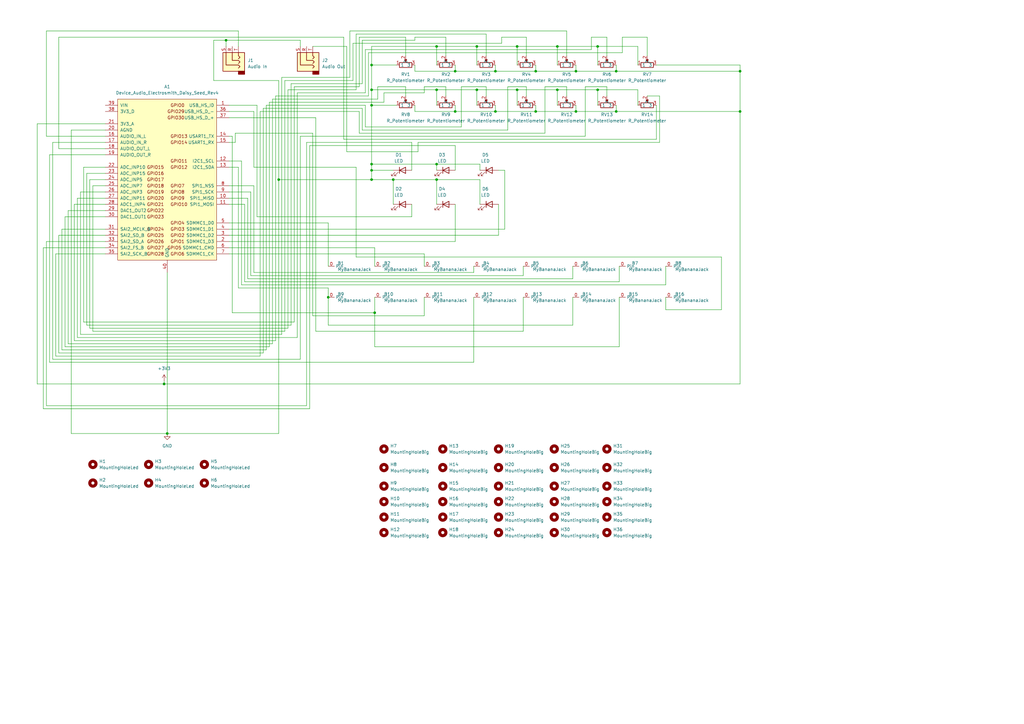
<source format=kicad_sch>
(kicad_sch (version 20211123) (generator eeschema)
  (paper "A3")
  (lib_symbols
    (symbol "Connector:AudioJack3"
      (property "Reference" "J" (at 0 8.89 0))
      (property "Value" "AudioJack3" (at 0 6.35 0))
      (symbol "AudioJack3_0_1"
        (rectangle (start -5.08 -5.08) (end -6.35 -2.54) (stroke (width 0.254)) (fill (type outline)))
        (polyline (pts (xy 0 -2.54) (xy 0.635 -3.175) (xy 1.27 -2.54) (xy 2.54 -2.54)) (stroke (width 0.254)))
        (polyline (pts (xy -1.905 -2.54) (xy -1.27 -3.175) (xy -0.635 -2.54) (xy -0.635 0) (xy 2.54 0)) (stroke (width 0.254)))
        (polyline (pts (xy 2.54 2.54) (xy -2.54 2.54) (xy -2.54 -2.54) (xy -3.175 -3.175) (xy -3.81 -2.54)) (stroke (width 0.254)))
        (rectangle (start 2.54 3.81) (end -5.08 -5.08) (stroke (width 0.254)) (fill (type background)))
      )
      (symbol "AudioJack3_1_1"
        (pin passive line (at 5.08 0 180) (length 2.54) (name "~") (number "R"))
        (pin passive line (at 5.08 2.54 180) (length 2.54) (name "~") (number "S"))
        (pin passive line (at 5.08 -2.54 180) (length 2.54) (name "~") (number "T"))
      )
    )
    (symbol "Device:LED" (pin_numbers hide) (pin_names (offset 1.016) hide)
      (property "Reference" "D" (at 0 2.54 0))
      (property "Value" "LED" (at 0 -2.54 0))
      (symbol "LED_0_1"
        (polyline (pts (xy -1.27 -1.27) (xy -1.27 1.27)) (stroke (width 0.254)))
        (polyline (pts (xy -1.27 0) (xy 1.27 0)))
        (polyline (pts (xy 1.27 -1.27) (xy 1.27 1.27) (xy -1.27 0) (xy 1.27 -1.27)) (stroke (width 0.254)))
        (polyline (pts (xy -3.048 -0.762) (xy -4.572 -2.286) (xy -3.81 -2.286) (xy -4.572 -2.286) (xy -4.572 -1.524)))
        (polyline (pts (xy -1.778 -0.762) (xy -3.302 -2.286) (xy -2.54 -2.286) (xy -3.302 -2.286) (xy -3.302 -1.524)))
      )
      (symbol "LED_1_1"
        (pin passive line (at -3.81 0 0) (length 2.54) (name "K") (number "1"))
        (pin passive line (at 3.81 0 180) (length 2.54) (name "A") (number "2"))
      )
    )
    (symbol "Device_Audio_Electrosmith_Daisy_Seed:Device_Audio_Electrosmith_Daisy_Seed_Rev4" (pin_names (offset 1.016))
      (property "Reference" "A1" (at 0 38.1 0))
      (property "Value" "Device_Audio_Electrosmith_Daisy_Seed_Rev4" (at 0 35.56 0))
      (symbol "Device_Audio_Electrosmith_Daisy_Seed_Rev4_0_0"
        (text "GPIO0" (at 1.27 30.48 0) (effects (font (size 1.27 1.27)) (justify left)))
        (text "GPIO1" (at 1.27 -25.4 0) (effects (font (size 1.27 1.27)) (justify left)))
        (text "GPIO10" (at 1.27 -10.16 0) (effects (font (size 1.27 1.27)) (justify left)))
        (text "GPIO11" (at 1.27 7.62 0) (effects (font (size 1.27 1.27)) (justify left)))
        (text "GPIO12" (at 1.27 5.08 0) (effects (font (size 1.27 1.27)) (justify left)))
        (text "GPIO13" (at 1.27 17.78 0) (effects (font (size 1.27 1.27)) (justify left)))
        (text "GPIO14" (at 1.27 15.24 0) (effects (font (size 1.27 1.27)) (justify left)))
        (text "GPIO15" (at -1.27 5.08 0) (effects (font (size 1.27 1.27)) (justify right)))
        (text "GPIO16" (at -1.27 2.54 0) (effects (font (size 1.27 1.27)) (justify right)))
        (text "GPIO17" (at -1.27 0 0) (effects (font (size 1.27 1.27)) (justify right)))
        (text "GPIO18" (at -1.27 -2.54 0) (effects (font (size 1.27 1.27)) (justify right)))
        (text "GPIO19" (at -1.27 -5.08 0) (effects (font (size 1.27 1.27)) (justify right)))
        (text "GPIO2" (at 1.27 -22.86 0) (effects (font (size 1.27 1.27)) (justify left)))
        (text "GPIO20" (at -1.27 -7.62 0) (effects (font (size 1.27 1.27)) (justify right)))
        (text "GPIO21" (at -1.27 -10.16 0) (effects (font (size 1.27 1.27)) (justify right)))
        (text "GPIO22" (at -1.27 -12.7 0) (effects (font (size 1.27 1.27)) (justify right)))
        (text "GPIO23" (at -1.27 -15.24 0) (effects (font (size 1.27 1.27)) (justify right)))
        (text "GPIO24" (at -1.27 -20.32 0) (effects (font (size 1.27 1.27)) (justify right)))
        (text "GPIO25" (at -1.27 -22.86 0) (effects (font (size 1.27 1.27)) (justify right)))
        (text "GPIO26" (at -1.27 -25.4 0) (effects (font (size 1.27 1.27)) (justify right)))
        (text "GPIO27" (at -1.27 -27.94 0) (effects (font (size 1.27 1.27)) (justify right)))
        (text "GPIO28" (at -1.27 -30.48 0) (effects (font (size 1.27 1.27)) (justify right)))
        (text "GPIO29" (at 0 27.94 0) (effects (font (size 1.27 1.27)) (justify left)))
        (text "GPIO3" (at 1.27 -20.32 0) (effects (font (size 1.27 1.27)) (justify left)))
        (text "GPIO30" (at 0 25.4 0) (effects (font (size 1.27 1.27)) (justify left)))
        (text "GPIO4" (at 1.27 -17.78 0) (effects (font (size 1.27 1.27)) (justify left)))
        (text "GPIO5" (at 0 -27.94 0) (effects (font (size 1.27 1.27)) (justify left)))
        (text "GPIO6" (at 1.27 -30.48 0) (effects (font (size 1.27 1.27)) (justify left)))
        (text "GPIO7" (at 1.27 -2.54 0) (effects (font (size 1.27 1.27)) (justify left)))
        (text "GPIO8" (at 1.27 -5.08 0) (effects (font (size 1.27 1.27)) (justify left)))
        (text "GPIO9" (at 1.27 -7.62 0) (effects (font (size 1.27 1.27)) (justify left)))
        (pin bidirectional line (at 25.4 30.48 180) (length 5.08) (name "USB_HS_ID") (number "1"))
        (pin bidirectional line (at 25.4 -7.62 180) (length 5.08) (name "SPI1_MISO") (number "10"))
        (pin bidirectional line (at 25.4 -10.16 180) (length 5.08) (name "SPI1_MOSI") (number "11"))
        (pin bidirectional line (at 25.4 7.62 180) (length 5.08) (name "I2C1_SCL") (number "12"))
        (pin bidirectional line (at 25.4 5.08 180) (length 5.08) (name "I2C1_SDA") (number "13"))
        (pin bidirectional line (at 25.4 17.78 180) (length 5.08) (name "USART1_TX") (number "14"))
        (pin bidirectional line (at 25.4 15.24 180) (length 5.08) (name "USART1_RX") (number "15"))
        (pin input line (at -25.4 17.78 0) (length 5.08) (name "AUDIO_IN_L") (number "16"))
        (pin input line (at -25.4 15.24 0) (length 5.08) (name "AUDIO_IN_R") (number "17"))
        (pin output line (at -25.4 12.7 0) (length 5.08) (name "AUDIO_OUT_L") (number "18"))
        (pin output line (at -25.4 10.16 0) (length 5.08) (name "AUDIO_OUT_R") (number "19"))
        (pin bidirectional line (at 25.4 -25.4 180) (length 5.08) (name "SDMMC1_D3") (number "2"))
        (pin passive line (at -25.4 20.32 0) (length 5.08) (name "AGND") (number "20"))
        (pin power_out line (at -25.4 22.86 0) (length 5.08) (name "3V3_A") (number "21"))
        (pin bidirectional line (at -25.4 5.08 0) (length 5.08) (name "ADC_INP10") (number "22"))
        (pin bidirectional line (at -25.4 2.54 0) (length 5.08) (name "ADC_INP15") (number "23"))
        (pin bidirectional line (at -25.4 0 0) (length 5.08) (name "ADC_INP5") (number "24"))
        (pin bidirectional line (at -25.4 -2.54 0) (length 5.08) (name "ADC_INP7") (number "25"))
        (pin bidirectional line (at -25.4 -5.08 0) (length 5.08) (name "ADC_INP3") (number "26"))
        (pin bidirectional line (at -25.4 -7.62 0) (length 5.08) (name "ADC_INP11") (number "27"))
        (pin bidirectional line (at -25.4 -10.16 0) (length 5.08) (name "ADC1_INP4") (number "28"))
        (pin bidirectional line (at -25.4 -12.7 0) (length 5.08) (name "DAC1_OUT2") (number "29"))
        (pin bidirectional line (at 25.4 -22.86 180) (length 5.08) (name "SDMMC1_D2") (number "3"))
        (pin bidirectional line (at -25.4 -15.24 0) (length 5.08) (name "DAC1_OUT1") (number "30"))
        (pin bidirectional line (at -25.4 -20.32 0) (length 5.08) (name "SAI2_MCLK_B") (number "31"))
        (pin bidirectional line (at -25.4 -22.86 0) (length 5.08) (name "SAI2_SD_B") (number "32"))
        (pin bidirectional line (at -25.4 -25.4 0) (length 5.08) (name "SAI2_SD_A") (number "33"))
        (pin bidirectional line (at -25.4 -27.94 0) (length 5.08) (name "SAI2_FS_B") (number "34"))
        (pin bidirectional line (at -25.4 -30.48 0) (length 5.08) (name "SAI2_SCK_B") (number "35"))
        (pin bidirectional line (at 25.4 27.94 180) (length 5.08) (name "USB_HS_D_-") (number "36"))
        (pin bidirectional line (at 25.4 25.4 180) (length 5.08) (name "USB_HS_D_+") (number "37"))
        (pin power_out line (at -25.4 27.94 0) (length 5.08) (name "3V3_D") (number "38"))
        (pin power_in line (at -25.4 30.48 0) (length 5.08) (name "VIN") (number "39"))
        (pin bidirectional line (at 25.4 -20.32 180) (length 5.08) (name "SDMMC1_D1") (number "4"))
        (pin passive line (at 0 -38.1 90) (length 5.08) (name "GND") (number "40"))
        (pin bidirectional line (at 25.4 -17.78 180) (length 5.08) (name "SDMMC1_D0") (number "5"))
        (pin bidirectional line (at 25.4 -27.94 180) (length 5.08) (name "SDMMC1_CMD") (number "6"))
        (pin bidirectional line (at 25.4 -30.48 180) (length 5.08) (name "SDMMC1_CK") (number "7"))
        (pin bidirectional line (at 25.4 -2.54 180) (length 5.08) (name "SPI1_NSS") (number "8"))
        (pin bidirectional line (at 25.4 -5.08 180) (length 5.08) (name "SPI1_SCK") (number "9"))
      )
      (symbol "Device_Audio_Electrosmith_Daisy_Seed_Rev4_0_1"
        (rectangle (start -20.32 33.02) (end 20.32 -33.02) (fill (type background)))
      )
    )
    (symbol "Mechanical:MountingHole" (pin_names (offset 1.016))
      (property "Reference" "H" (at 0 5.08 0))
      (property "Value" "MountingHole" (at 0 3.175 0))
      (symbol "MountingHole_0_1"
        (circle (center 0 0) (radius 1.27) (stroke (width 1.27)))
      )
    )
    (symbol "myLibrary:MyBananaJack"
      (property "Reference" "B" (at 1.27 2.54 0))
      (property "Value" "MyBananaJack" (at 7.62 5.08 0))
      (symbol "MyBananaJack_1_1"
        (pin bidirectional line (at 0 0 0) (length 2.54) (name "Pin") (number "0"))
      )
    )
    (symbol "myLibrary:MyPotType1"
      (property "Reference" "U" (at 0 0 0))
      (property "Value" "MyPotType1" (at 7.62 3.81 0))
      (symbol "MyPotType1_0_1"
        (polyline (pts (xy 2.54 0) (xy 1.524 0)))
        (polyline (pts (xy 1.143 0) (xy 2.286 0.508) (xy 2.286 -0.508) (xy 1.143 0)) (fill (type outline)))
        (rectangle (start 1.016 2.54) (end -1.016 -2.54) (stroke (width 0.254)))
      )
      (symbol "MyPotType1_1_1"
        (pin passive line (at 0 3.81 270) (length 1.27) (name "1") (number "1"))
        (pin passive line (at 3.81 0 180) (length 1.27) (name "2") (number "2"))
        (pin passive line (at 0 -3.81 90) (length 1.27) (name "3") (number "3"))
      )
    )
    (symbol "power:+3V3" (power) (pin_names (offset 0))
      (property "Value" "+3V3" (at 0 3.556 0))
      (symbol "+3V3_0_1"
        (polyline (pts (xy -0.762 1.27) (xy 0 2.54)))
        (polyline (pts (xy 0 0) (xy 0 2.54)))
        (polyline (pts (xy 0 2.54) (xy 0.762 1.27)))
      )
      (symbol "+3V3_1_1"
        (pin power_in line (at 0 0 90) (length 0) hide (name "+3V3") (number "1"))
      )
    )
    (symbol "power:GND" (power) (pin_names (offset 0))
      (property "Value" "GND" (at 0 -3.81 0))
      (symbol "GND_0_1"
        (polyline (pts (xy 0 0) (xy 0 -1.27) (xy 1.27 -1.27) (xy 0 -2.54) (xy -1.27 -1.27) (xy 0 -1.27)))
      )
      (symbol "GND_1_1"
        (pin power_in line (at 0 0 270) (length 0) hide (name "GND") (number "1"))
      )
    )
  )
  (junction (at 303.53 29.21))
  (junction (at 179.07 67.31))
  (junction (at 152.4 69.85))
  (junction (at 152.4 26.67))
  (junction (at 219.71 29.21))
  (junction (at 252.73 29.21))
  (junction (at 195.58 19.05))
  (junction (at 236.22 45.72))
  (junction (at 179.07 36.83))
  (junction (at 114.3 73.66))
  (junction (at 186.69 45.72))
  (junction (at 153.67 128.27))
  (junction (at 186.69 29.21))
  (junction (at 134.62 121.92))
  (junction (at 152.4 67.31))
  (junction (at 228.6 36.83))
  (junction (at 179.07 73.66))
  (junction (at 236.22 29.21))
  (junction (at 245.11 36.83))
  (junction (at 219.71 45.72))
  (junction (at 179.07 19.05))
  (junction (at 203.2 29.21))
  (junction (at 195.58 36.83))
  (junction (at 67.31 157.48))
  (junction (at 152.4 36.83))
  (junction (at 212.09 36.83))
  (junction (at 203.2 45.72))
  (junction (at 92.71 16.51))
  (junction (at 252.73 45.72))
  (junction (at 161.29 73.66))
  (junction (at 212.09 19.05))
  (junction (at 68.58 177.8))
  (junction (at 152.4 43.18))
  (junction (at 245.11 19.05))
  (junction (at 228.6 19.05))
  (junction (at 152.4 73.66))
  (junction (at 303.53 45.72))
  (wire (pts (xy 152.4 43.18) (xy 152.4 67.31)))
  (wire (pts (xy 68.58 177.8) (xy 114.3 177.8)))
  (wire (pts (xy 195.58 19.05) (xy 179.07 19.05)))
  (wire (pts (xy 146.05 105.41) (xy 295.91 105.41)))
  (wire (pts (xy 215.9 15.24) (xy 215.9 22.86)))
  (wire (pts (xy 24.13 15.24) (xy 140.97 15.24)))
  (wire (pts (xy 147.32 54.61) (xy 223.52 54.61)))
  (wire (pts (xy 208.28 53.34) (xy 208.28 35.56)))
  (wire (pts (xy 248.92 15.24) (xy 248.92 22.86)))
  (wire (pts (xy 43.18 81.28) (xy 31.75 81.28)))
  (wire (pts (xy 173.99 38.1) (xy 173.99 35.56)))
  (wire (pts (xy 35.56 71.12) (xy 35.56 133.35)))
  (wire (pts (xy 125.73 58.42) (xy 168.91 58.42)))
  (wire (pts (xy 113.03 39.37) (xy 151.13 39.37)))
  (wire (pts (xy 189.23 35.56) (xy 199.39 35.56)))
  (wire (pts (xy 152.4 67.31) (xy 152.4 69.85)))
  (wire (pts (xy 109.22 43.18) (xy 149.86 43.18)))
  (wire (pts (xy 219.71 26.67) (xy 219.71 29.21)))
  (wire (pts (xy 295.91 105.41) (xy 295.91 127)))
  (wire (pts (xy 170.18 29.21) (xy 186.69 29.21)))
  (wire (pts (xy 242.57 15.24) (xy 248.92 15.24)))
  (wire (pts (xy 236.22 26.67) (xy 236.22 29.21)))
  (wire (pts (xy 228.6 36.83) (xy 212.09 36.83)))
  (wire (pts (xy 186.69 99.06) (xy 186.69 83.82)))
  (wire (pts (xy 148.59 44.45) (xy 148.59 53.34)))
  (wire (pts (xy 125.73 166.37) (xy 125.73 58.42)))
  (wire (pts (xy 35.56 133.35) (xy 119.38 133.35)))
  (wire (pts (xy 102.87 113.03) (xy 214.63 113.03)))
  (wire (pts (xy 161.29 83.82) (xy 161.29 73.66)))
  (wire (pts (xy 26.67 142.24) (xy 110.49 142.24)))
  (wire (pts (xy 194.31 148.59) (xy 194.31 121.92)))
  (wire (pts (xy 152.4 69.85) (xy 152.4 73.66)))
  (wire (pts (xy 43.18 96.52) (xy 24.13 96.52)))
  (wire (pts (xy 118.11 36.83) (xy 118.11 134.62)))
  (wire (pts (xy 153.67 101.6) (xy 153.67 109.22)))
  (wire (pts (xy 38.1 76.2) (xy 38.1 135.89)))
  (wire (pts (xy 303.53 29.21) (xy 303.53 45.72)))
  (wire (pts (xy 24.13 60.96) (xy 24.13 15.24)))
  (wire (pts (xy 146.05 36.83) (xy 146.05 13.97)))
  (wire (pts (xy 273.05 116.84) (xy 273.05 109.22)))
  (wire (pts (xy 31.75 81.28) (xy 31.75 138.43)))
  (wire (pts (xy 255.27 21.59) (xy 255.27 15.24)))
  (wire (pts (xy 232.41 35.56) (xy 232.41 39.37)))
  (wire (pts (xy 179.07 73.66) (xy 161.29 73.66)))
  (wire (pts (xy 114.3 33.02) (xy 114.3 73.66)))
  (wire (pts (xy 99.06 66.04) (xy 99.06 116.84)))
  (wire (pts (xy 203.2 26.67) (xy 203.2 29.21)))
  (wire (pts (xy 93.98 93.98) (xy 207.01 93.98)))
  (wire (pts (xy 43.18 104.14) (xy 22.86 104.14)))
  (wire (pts (xy 119.38 133.35) (xy 119.38 34.29)))
  (wire (pts (xy 265.43 39.37) (xy 270.51 39.37)))
  (wire (pts (xy 93.98 66.04) (xy 99.06 66.04)))
  (wire (pts (xy 152.4 36.83) (xy 179.07 36.83)))
  (wire (pts (xy 19.05 166.37) (xy 125.73 166.37)))
  (wire (pts (xy 270.51 39.37) (xy 270.51 58.42)))
  (wire (pts (xy 147.32 15.24) (xy 166.37 15.24)))
  (wire (pts (xy 105.41 43.18) (xy 105.41 88.9)))
  (wire (pts (xy 107.95 144.78) (xy 107.95 44.45)))
  (wire (pts (xy 33.02 137.16) (xy 115.57 137.16)))
  (wire (pts (xy 20.32 63.5) (xy 20.32 148.59)))
  (wire (pts (xy 212.09 19.05) (xy 195.58 19.05)))
  (wire (pts (xy 29.21 177.8) (xy 68.58 177.8)))
  (wire (pts (xy 43.18 76.2) (xy 38.1 76.2)))
  (wire (pts (xy 25.4 93.98) (xy 25.4 143.51)))
  (wire (pts (xy 93.98 99.06) (xy 186.69 99.06)))
  (wire (pts (xy 114.3 33.02) (xy 87.63 33.02)))
  (wire (pts (xy 236.22 43.18) (xy 236.22 45.72)))
  (wire (pts (xy 43.18 101.6) (xy 17.78 101.6)))
  (wire (pts (xy 194.31 111.76) (xy 194.31 109.22)))
  (wire (pts (xy 179.07 26.67) (xy 179.07 19.05)))
  (wire (pts (xy 109.22 143.51) (xy 109.22 43.18)))
  (wire (pts (xy 170.18 15.24) (xy 182.88 15.24)))
  (wire (pts (xy 36.83 134.62) (xy 118.11 134.62)))
  (wire (pts (xy 168.91 58.42) (xy 168.91 69.85)))
  (wire (pts (xy 196.85 73.66) (xy 179.07 73.66)))
  (wire (pts (xy 196.85 83.82) (xy 196.85 73.66)))
  (wire (pts (xy 93.98 101.6) (xy 153.67 101.6)))
  (wire (pts (xy 252.73 43.18) (xy 252.73 45.72)))
  (wire (pts (xy 240.03 35.56) (xy 248.92 35.56)))
  (wire (pts (xy 22.86 146.05) (xy 106.68 146.05)))
  (wire (pts (xy 87.63 16.51) (xy 92.71 16.51)))
  (wire (pts (xy 93.98 78.74) (xy 102.87 78.74)))
  (wire (pts (xy 93.98 96.52) (xy 204.47 96.52)))
  (wire (pts (xy 115.57 137.16) (xy 115.57 31.75)))
  (wire (pts (xy 43.18 50.8) (xy 15.24 50.8)))
  (wire (pts (xy 214.63 113.03) (xy 214.63 109.22)))
  (wire (pts (xy 95.25 128.27) (xy 153.67 128.27)))
  (wire (pts (xy 106.68 45.72) (xy 147.32 45.72)))
  (wire (pts (xy 219.71 45.72) (xy 236.22 45.72)))
  (wire (pts (xy 179.07 67.31) (xy 152.4 67.31)))
  (wire (pts (xy 166.37 35.56) (xy 166.37 39.37)))
  (wire (pts (xy 199.39 13.97) (xy 199.39 22.86)))
  (wire (pts (xy 43.18 88.9) (xy 26.67 88.9)))
  (wire (pts (xy 186.69 29.21) (xy 203.2 29.21)))
  (wire (pts (xy 152.4 36.83) (xy 152.4 43.18)))
  (wire (pts (xy 121.92 38.1) (xy 149.86 38.1)))
  (wire (pts (xy 254 142.24) (xy 153.67 142.24)))
  (wire (pts (xy 120.65 132.08) (xy 120.65 35.56)))
  (wire (pts (xy 205.74 17.78) (xy 205.74 15.24)))
  (wire (pts (xy 234.95 114.3) (xy 234.95 109.22)))
  (wire (pts (xy 100.33 115.57) (xy 254 115.57)))
  (wire (pts (xy 15.24 157.48) (xy 67.31 157.48)))
  (wire (pts (xy 67.31 157.48) (xy 67.31 156.21)))
  (wire (pts (xy 232.41 12.7) (xy 232.41 22.86)))
  (wire (pts (xy 123.19 16.51) (xy 92.71 16.51)))
  (wire (pts (xy 101.6 81.28) (xy 101.6 114.3)))
  (wire (pts (xy 303.53 26.67) (xy 269.24 26.67)))
  (wire (pts (xy 105.41 88.9) (xy 168.91 88.9)))
  (wire (pts (xy 43.18 73.66) (xy 36.83 73.66)))
  (wire (pts (xy 127 167.64) (xy 127 59.69)))
  (wire (pts (xy 22.86 104.14) (xy 22.86 146.05)))
  (wire (pts (xy 116.84 135.89) (xy 116.84 33.02)))
  (wire (pts (xy 182.88 35.56) (xy 182.88 39.37)))
  (wire (pts (xy 205.74 15.24) (xy 215.9 15.24)))
  (wire (pts (xy 166.37 15.24) (xy 166.37 22.86)))
  (wire (pts (xy 30.48 83.82) (xy 30.48 139.7)))
  (wire (pts (xy 134.62 133.35) (xy 234.95 133.35)))
  (wire (pts (xy 252.73 45.72) (xy 303.53 45.72)))
  (wire (pts (xy 111.76 40.64) (xy 154.94 40.64)))
  (wire (pts (xy 93.98 81.28) (xy 101.6 81.28)))
  (wire (pts (xy 170.18 26.67) (xy 170.18 29.21)))
  (wire (pts (xy 43.18 86.36) (xy 27.94 86.36)))
  (wire (pts (xy 151.13 39.37) (xy 151.13 21.59)))
  (wire (pts (xy 111.76 140.97) (xy 111.76 40.64)))
  (wire (pts (xy 21.59 147.32) (xy 123.19 147.32)))
  (wire (pts (xy 25.4 143.51) (xy 109.22 143.51)))
  (wire (pts (xy 179.07 69.85) (xy 179.07 67.31)))
  (wire (pts (xy 146.05 68.58) (xy 146.05 105.41)))
  (wire (pts (xy 143.51 31.75) (xy 143.51 12.7)))
  (wire (pts (xy 154.94 35.56) (xy 166.37 35.56)))
  (wire (pts (xy 93.98 83.82) (xy 100.33 83.82)))
  (wire (pts (xy 21.59 58.42) (xy 21.59 147.32)))
  (wire (pts (xy 142.24 62.23) (xy 142.24 19.05)))
  (wire (pts (xy 144.78 33.02) (xy 144.78 17.78)))
  (wire (pts (xy 24.13 144.78) (xy 107.95 144.78)))
  (wire (pts (xy 93.98 43.18) (xy 105.41 43.18)))
  (wire (pts (xy 114.3 177.8) (xy 114.3 73.66)))
  (wire (pts (xy 144.78 17.78) (xy 205.74 17.78)))
  (wire (pts (xy 43.18 99.06) (xy 19.05 99.06)))
  (wire (pts (xy 204.47 69.85) (xy 207.01 69.85)))
  (wire (pts (xy 26.67 88.9) (xy 26.67 142.24)))
  (wire (pts (xy 245.11 26.67) (xy 245.11 19.05)))
  (wire (pts (xy 115.57 31.75) (xy 143.51 31.75)))
  (wire (pts (xy 154.94 40.64) (xy 154.94 35.56)))
  (wire (pts (xy 228.6 26.67) (xy 228.6 19.05)))
  (wire (pts (xy 199.39 35.56) (xy 199.39 39.37)))
  (wire (pts (xy 219.71 29.21) (xy 236.22 29.21)))
  (wire (pts (xy 148.59 53.34) (xy 208.28 53.34)))
  (wire (pts (xy 186.69 59.69) (xy 186.69 69.85)))
  (wire (pts (xy 15.24 50.8) (xy 15.24 157.48)))
  (wire (pts (xy 207.01 93.98) (xy 207.01 69.85)))
  (wire (pts (xy 31.75 138.43) (xy 121.92 138.43)))
  (wire (pts (xy 97.79 12.7) (xy 97.79 19.05)))
  (wire (pts (xy 149.86 38.1) (xy 149.86 20.32)))
  (wire (pts (xy 97.79 68.58) (xy 97.79 118.11)))
  (wire (pts (xy 43.18 60.96) (xy 24.13 60.96)))
  (wire (pts (xy 219.71 43.18) (xy 219.71 45.72)))
  (wire (pts (xy 228.6 43.18) (xy 228.6 36.83)))
  (wire (pts (xy 100.33 83.82) (xy 100.33 115.57)))
  (wire (pts (xy 36.83 73.66) (xy 36.83 134.62)))
  (wire (pts (xy 34.29 68.58) (xy 34.29 132.08)))
  (wire (pts (xy 148.59 16.51) (xy 170.18 16.51)))
  (wire (pts (xy 171.45 58.42) (xy 171.45 62.23)))
  (wire (pts (xy 196.85 67.31) (xy 179.07 67.31)))
  (wire (pts (xy 214.63 135.89) (xy 214.63 121.92)))
  (wire (pts (xy 19.05 55.88) (xy 19.05 12.7)))
  (wire (pts (xy 182.88 15.24) (xy 182.88 22.86)))
  (wire (pts (xy 269.24 57.15) (xy 269.24 43.18)))
  (wire (pts (xy 223.52 54.61) (xy 223.52 35.56)))
  (wire (pts (xy 129.54 48.26) (xy 129.54 135.89)))
  (wire (pts (xy 186.69 26.67) (xy 186.69 29.21)))
  (wire (pts (xy 142.24 19.05) (xy 128.27 19.05)))
  (wire (pts (xy 104.14 111.76) (xy 194.31 111.76)))
  (wire (pts (xy 123.19 55.88) (xy 240.03 55.88)))
  (wire (pts (xy 20.32 148.59) (xy 194.31 148.59)))
  (wire (pts (xy 261.62 36.83) (xy 245.11 36.83)))
  (wire (pts (xy 303.53 157.48) (xy 303.53 45.72)))
  (wire (pts (xy 240.03 55.88) (xy 240.03 35.56)))
  (wire (pts (xy 134.62 121.92) (xy 134.62 133.35)))
  (wire (pts (xy 106.68 146.05) (xy 106.68 45.72)))
  (wire (pts (xy 252.73 29.21) (xy 303.53 29.21)))
  (wire (pts (xy 152.4 43.18) (xy 162.56 43.18)))
  (wire (pts (xy 153.67 128.27) (xy 153.67 142.24)))
  (wire (pts (xy 93.98 68.58) (xy 97.79 68.58)))
  (wire (pts (xy 196.85 69.85) (xy 196.85 67.31)))
  (wire (pts (xy 303.53 29.21) (xy 303.53 26.67)))
  (wire (pts (xy 93.98 48.26) (xy 129.54 48.26)))
  (wire (pts (xy 107.95 44.45) (xy 148.59 44.45)))
  (wire (pts (xy 195.58 26.67) (xy 195.58 19.05)))
  (wire (pts (xy 161.29 73.66) (xy 152.4 73.66)))
  (wire (pts (xy 245.11 43.18) (xy 245.11 36.83)))
  (wire (pts (xy 265.43 15.24) (xy 265.43 22.86)))
  (wire (pts (xy 151.13 21.59) (xy 255.27 21.59)))
  (wire (pts (xy 146.05 13.97) (xy 199.39 13.97)))
  (wire (pts (xy 33.02 78.74) (xy 43.18 78.74)))
  (wire (pts (xy 110.49 41.91) (xy 157.48 41.91)))
  (wire (pts (xy 87.63 33.02) (xy 87.63 16.51)))
  (wire (pts (xy 134.62 91.44) (xy 134.62 109.22)))
  (wire (pts (xy 43.18 83.82) (xy 30.48 83.82)))
  (wire (pts (xy 157.48 41.91) (xy 157.48 38.1)))
  (wire (pts (xy 261.62 19.05) (xy 245.11 19.05)))
  (wire (pts (xy 255.27 15.24) (xy 265.43 15.24)))
  (wire (pts (xy 93.98 55.88) (xy 95.25 55.88)))
  (wire (pts (xy 116.84 33.02) (xy 144.78 33.02)))
  (wire (pts (xy 104.14 68.58) (xy 146.05 68.58)))
  (wire (pts (xy 93.98 76.2) (xy 104.14 76.2)))
  (wire (pts (xy 140.97 57.15) (xy 269.24 57.15)))
  (wire (pts (xy 212.09 36.83) (xy 195.58 36.83)))
  (wire (pts (xy 93.98 58.42) (xy 96.52 58.42)))
  (wire (pts (xy 43.18 93.98) (xy 25.4 93.98)))
  (wire (pts (xy 19.05 99.06) (xy 19.05 166.37)))
  (wire (pts (xy 43.18 58.42) (xy 21.59 58.42)))
  (wire (pts (xy 148.59 34.29) (xy 148.59 16.51)))
  (wire (pts (xy 127 59.69) (xy 186.69 59.69)))
  (wire (pts (xy 203.2 43.18) (xy 203.2 45.72)))
  (wire (pts (xy 29.21 53.34) (xy 29.21 177.8)))
  (wire (pts (xy 173.99 35.56) (xy 182.88 35.56)))
  (wire (pts (xy 110.49 142.24) (xy 110.49 41.91)))
  (wire (pts (xy 252.73 26.67) (xy 252.73 29.21)))
  (wire (pts (xy 121.92 138.43) (xy 121.92 38.1)))
  (wire (pts (xy 162.56 26.67) (xy 152.4 26.67)))
  (wire (pts (xy 179.07 43.18) (xy 179.07 36.83)))
  (wire (pts (xy 171.45 62.23) (xy 142.24 62.23)))
  (wire (pts (xy 149.86 52.07) (xy 189.23 52.07)))
  (wire (pts (xy 104.14 76.2) (xy 104.14 111.76)))
  (wire (pts (xy 295.91 127) (xy 273.05 127)))
  (wire (pts (xy 43.18 68.58) (xy 34.29 68.58)))
  (wire (pts (xy 270.51 58.42) (xy 171.45 58.42)))
  (wire (pts (xy 43.18 71.12) (xy 35.56 71.12)))
  (wire (pts (xy 104.14 45.72) (xy 104.14 68.58)))
  (wire (pts (xy 152.4 26.67) (xy 152.4 36.83)))
  (wire (pts (xy 33.02 78.74) (xy 33.02 137.16)))
  (wire (pts (xy 149.86 20.32) (xy 242.57 20.32)))
  (wire (pts (xy 120.65 35.56) (xy 147.32 35.56)))
  (wire (pts (xy 93.98 45.72) (xy 104.14 45.72)))
  (wire (pts (xy 67.31 157.48) (xy 303.53 157.48)))
  (wire (pts (xy 128.27 129.54) (xy 173.99 129.54)))
  (wire (pts (xy 236.22 45.72) (xy 252.73 45.72)))
  (wire (pts (xy 118.11 36.83) (xy 146.05 36.83)))
  (wire (pts (xy 34.29 132.08) (xy 120.65 132.08)))
  (wire (pts (xy 99.06 116.84) (xy 273.05 116.84)))
  (wire (pts (xy 228.6 19.05) (xy 212.09 19.05)))
  (wire (pts (xy 27.94 140.97) (xy 111.76 140.97)))
  (wire (pts (xy 261.62 43.18) (xy 261.62 36.83)))
  (wire (pts (xy 43.18 55.88) (xy 19.05 55.88)))
  (wire (pts (xy 248.92 35.56) (xy 248.92 39.37)))
  (wire (pts (xy 223.52 35.56) (xy 232.41 35.56)))
  (wire (pts (xy 43.18 63.5) (xy 20.32 63.5)))
  (wire (pts (xy 102.87 78.74) (xy 102.87 113.03)))
  (wire (pts (xy 215.9 35.56) (xy 215.9 39.37)))
  (wire (pts (xy 113.03 139.7) (xy 113.03 39.37)))
  (wire (pts (xy 245.11 36.83) (xy 228.6 36.83)))
  (wire (pts (xy 140.97 15.24) (xy 140.97 57.15)))
  (wire (pts (xy 114.3 73.66) (xy 152.4 73.66)))
  (wire (pts (xy 93.98 91.44) (xy 134.62 91.44)))
  (wire (pts (xy 186.69 43.18) (xy 186.69 45.72)))
  (wire (pts (xy 27.94 86.36) (xy 27.94 140.97)))
  (wire (pts (xy 101.6 114.3) (xy 234.95 114.3)))
  (wire (pts (xy 68.58 111.76) (xy 68.58 177.8)))
  (wire (pts (xy 170.18 43.18) (xy 170.18 45.72)))
  (wire (pts (xy 273.05 127) (xy 273.05 121.92)))
  (wire (pts (xy 123.19 19.05) (xy 123.19 16.51)))
  (wire (pts (xy 95.25 55.88) (xy 95.25 128.27)))
  (wire (pts (xy 143.51 12.7) (xy 232.41 12.7)))
  (wire (pts (xy 234.95 133.35) (xy 234.95 121.92)))
  (wire (pts (xy 128.27 54.61) (xy 128.27 129.54)))
  (wire (pts (xy 170.18 45.72) (xy 186.69 45.72)))
  (wire (pts (xy 30.48 139.7) (xy 113.03 139.7)))
  (wire (pts (xy 93.98 104.14) (xy 173.99 104.14)))
  (wire (pts (xy 149.86 43.18) (xy 149.86 52.07)))
  (wire (pts (xy 157.48 38.1) (xy 173.99 38.1)))
  (wire (pts (xy 203.2 29.21) (xy 219.71 29.21)))
  (wire (pts (xy 203.2 45.72) (xy 219.71 45.72)))
  (wire (pts (xy 147.32 35.56) (xy 147.32 15.24)))
  (wire (pts (xy 17.78 167.64) (xy 127 167.64)))
  (wire (pts (xy 254 121.92) (xy 254 142.24)))
  (wire (pts (xy 123.19 147.32) (xy 123.19 55.88)))
  (wire (pts (xy 168.91 83.82) (xy 168.91 88.9)))
  (wire (pts (xy 254 115.57) (xy 254 109.22)))
  (wire (pts (xy 19.05 12.7) (xy 97.79 12.7)))
  (wire (pts (xy 119.38 34.29) (xy 148.59 34.29)))
  (wire (pts (xy 212.09 26.67) (xy 212.09 19.05)))
  (wire (pts (xy 96.52 54.61) (xy 128.27 54.61)))
  (wire (pts (xy 195.58 43.18) (xy 195.58 36.83)))
  (wire (pts (xy 186.69 45.72) (xy 203.2 45.72)))
  (wire (pts (xy 170.18 16.51) (xy 170.18 15.24)))
  (wire (pts (xy 242.57 20.32) (xy 242.57 15.24)))
  (wire (pts (xy 152.4 19.05) (xy 152.4 26.67)))
  (wire (pts (xy 179.07 36.83) (xy 195.58 36.83)))
  (wire (pts (xy 208.28 35.56) (xy 215.9 35.56)))
  (wire (pts (xy 212.09 43.18) (xy 212.09 36.83)))
  (wire (pts (xy 96.52 58.42) (xy 96.52 54.61)))
  (wire (pts (xy 236.22 29.21) (xy 252.73 29.21)))
  (wire (pts (xy 173.99 104.14) (xy 173.99 109.22)))
  (wire (pts (xy 129.54 135.89) (xy 214.63 135.89)))
  (wire (pts (xy 38.1 135.89) (xy 116.84 135.89)))
  (wire (pts (xy 173.99 129.54) (xy 173.99 121.92)))
  (wire (pts (xy 17.78 101.6) (xy 17.78 167.64)))
  (wire (pts (xy 97.79 118.11) (xy 134.62 118.11)))
  (wire (pts (xy 179.07 19.05) (xy 152.4 19.05)))
  (wire (pts (xy 153.67 121.92) (xy 153.67 128.27)))
  (wire (pts (xy 24.13 96.52) (xy 24.13 144.78)))
  (wire (pts (xy 245.11 19.05) (xy 228.6 19.05)))
  (wire (pts (xy 204.47 96.52) (xy 204.47 83.82)))
  (wire (pts (xy 179.07 83.82) (xy 179.07 73.66)))
  (wire (pts (xy 189.23 52.07) (xy 189.23 35.56)))
  (wire (pts (xy 92.71 16.51) (xy 92.71 19.05)))
  (wire (pts (xy 134.62 118.11) (xy 134.62 121.92)))
  (wire (pts (xy 261.62 26.67) (xy 261.62 19.05)))
  (wire (pts (xy 43.18 53.34) (xy 29.21 53.34)))
  (wire (pts (xy 152.4 69.85) (xy 161.29 69.85)))
  (wire (pts (xy 147.32 45.72) (xy 147.32 54.61)))
  (symbol (lib_id "Mechanical:MountingHole") (at 157.48 205.74 0) (unit 1)
    (property "Reference" "H10" (at 160.02 204.4699 0) (effects (justify left)))
    (property "Value" "MountingHoleBig" (at 160.02 207.0099 0) (effects (justify left)))
    (property "Footprint" "MyLibraryFootprints:MyThroughHole" (effects hide))
  )
  (symbol (lib_id "Mechanical:MountingHole") (at 38.1 198.12 0) (unit 1)
    (property "Reference" "H2" (at 40.64 196.85 0) (effects (justify left)))
    (property "Value" "MountingHoleLed" (at 40.64 199.3899 0) (effects (justify left)))
    (property "Footprint" "MyLibraryFootprints:MyThroughHoleLed" (effects hide))
  )
  (symbol (lib_id "myLibrary:MyBananaJack") (at 273.05 121.92 0) (unit 1)
    (property "Reference" "B16" (at 276.86 120.6499 0) (effects (justify left)))
    (property "Value" "MyBananaJack" (at 276.86 123.1899 0) (effects (justify left)))
    (property "Footprint" "MyBananaJackFootprint" (effects hide))
  )
  (symbol (lib_id "Device_Audio_Electrosmith_Daisy_Seed:Device_Audio_Electrosmith_Daisy_Seed_Rev4") (at 68.58 73.66 0) (unit 1)
    (property "Reference" "A1" (at 68.58 35.56 0))
    (property "Value" "Device_Audio_Electrosmith_Daisy_Seed_Rev4" (at 68.58 38.1 0))
    (property "Footprint" "Device_Audio_Electrosmith_Daisy_Seed:Device_Audio_Electrosmith_Daisy_Seed" (effects hide))
    (property "Datasheet" "https://github.com/electro-smith/DaisyWiki/wiki" (effects hide))
  )
  (symbol (lib_id "Mechanical:MountingHole") (at 181.61 218.44 0) (unit 1)
    (property "Reference" "H18" (at 184.15 217.1699 0) (effects (justify left)))
    (property "Value" "MountingHoleBig" (at 184.15 219.7099 0) (effects (justify left)))
    (property "Footprint" "MyLibraryFootprints:MyThroughHole" (effects hide))
  )
  (symbol (lib_id "Mechanical:MountingHole") (at 227.33 191.77 0) (unit 1)
    (property "Reference" "H26" (at 229.87 190.4999 0) (effects (justify left)))
    (property "Value" "MountingHoleBig" (at 229.87 193.0399 0) (effects (justify left)))
    (property "Footprint" "MyLibraryFootprints:MyThroughHole" (effects hide))
  )
  (symbol (lib_id "myLibrary:MyPotType1") (at 215.9 43.18 90) (unit 1)
    (property "Reference" "RV11" (at 215.9 46.99 90))
    (property "Value" "R_Potentiometer" (at 215.9 49.53 90))
    (property "Footprint" "MyLibraryFootprints:MyPotType1Footprint" (effects hide))
  )
  (symbol (lib_id "Mechanical:MountingHole") (at 204.47 205.74 0) (unit 1)
    (property "Reference" "H22" (at 207.01 204.4699 0) (effects (justify left)))
    (property "Value" "MountingHoleBig" (at 207.01 207.0099 0) (effects (justify left)))
    (property "Footprint" "MyLibraryFootprints:MyThroughHole" (effects hide))
  )
  (symbol (lib_id "Mechanical:MountingHole") (at 248.92 205.74 0) (unit 1)
    (property "Reference" "H34" (at 251.46 204.4699 0) (effects (justify left)))
    (property "Value" "MountingHoleBig" (at 251.46 207.0099 0) (effects (justify left)))
    (property "Footprint" "MyLibraryFootprints:MyThroughHole" (effects hide))
  )
  (symbol (lib_id "myLibrary:MyPotType1") (at 166.37 43.18 90) (unit 1)
    (property "Reference" "RV8" (at 166.37 46.99 90))
    (property "Value" "R_Potentiometer" (at 166.37 49.53 90))
    (property "Footprint" "MyLibraryFootprints:MyPotType1Footprint" (effects hide))
  )
  (symbol (lib_id "Mechanical:MountingHole") (at 157.48 218.44 0) (unit 1)
    (property "Reference" "H12" (at 160.02 217.1699 0) (effects (justify left)))
    (property "Value" "MountingHoleBig" (at 160.02 219.7099 0) (effects (justify left)))
    (property "Footprint" "MyLibraryFootprints:MyThroughHole" (effects hide))
  )
  (symbol (lib_id "myLibrary:MyPotType1") (at 166.37 26.67 90) (unit 1)
    (property "Reference" "RV1" (at 166.37 30.48 90))
    (property "Value" "R_Potentiometer" (at 166.37 33.02 90))
    (property "Footprint" "MyLibraryFootprints:MyPotType1Footprint" (effects hide))
  )
  (symbol (lib_id "myLibrary:MyPotType1") (at 232.41 43.18 90) (unit 1)
    (property "Reference" "RV12" (at 232.41 46.99 90))
    (property "Value" "R_Potentiometer" (at 232.41 49.53 90))
    (property "Footprint" "MyLibraryFootprints:MyPotType1Footprint" (effects hide))
  )
  (symbol (lib_id "Mechanical:MountingHole") (at 248.92 191.77 0) (unit 1)
    (property "Reference" "H32" (at 251.46 190.4999 0) (effects (justify left)))
    (property "Value" "MountingHoleBig" (at 251.46 193.0399 0) (effects (justify left)))
    (property "Footprint" "MyLibraryFootprints:MyThroughHole" (effects hide))
  )
  (symbol (lib_id "Mechanical:MountingHole") (at 157.48 191.77 0) (unit 1)
    (property "Reference" "H8" (at 160.02 190.4999 0) (effects (justify left)))
    (property "Value" "MountingHoleBig" (at 160.02 193.0399 0) (effects (justify left)))
    (property "Footprint" "MyLibraryFootprints:MyThroughHole" (effects hide))
  )
  (symbol (lib_id "Mechanical:MountingHole") (at 181.61 199.39 0) (unit 1)
    (property "Reference" "H15" (at 184.15 198.1199 0) (effects (justify left)))
    (property "Value" "MountingHoleBig" (at 184.15 200.6599 0) (effects (justify left)))
    (property "Footprint" "MyLibraryFootprints:MyThroughHole" (effects hide))
  )
  (symbol (lib_id "myLibrary:MyBananaJack") (at 194.31 121.92 0) (unit 1)
    (property "Reference" "B12" (at 198.12 120.6499 0) (effects (justify left)))
    (property "Value" "MyBananaJack" (at 198.12 123.1899 0) (effects (justify left)))
    (property "Footprint" "MyBananaJackFootprint" (effects hide))
  )
  (symbol (lib_id "Mechanical:MountingHole") (at 38.1 190.5 0) (unit 1)
    (property "Reference" "H1" (at 40.64 189.23 0) (effects (justify left)))
    (property "Value" "MountingHoleLed" (at 40.64 191.7699 0) (effects (justify left)))
    (property "Footprint" "MyLibraryFootprints:MyThroughHoleLed" (effects hide))
  )
  (symbol (lib_id "myLibrary:MyPotType1") (at 182.88 43.18 90) (unit 1)
    (property "Reference" "RV9" (at 182.88 46.99 90))
    (property "Value" "R_Potentiometer" (at 182.88 49.53 90))
    (property "Footprint" "MyLibraryFootprints:MyPotType1Footprint" (effects hide))
  )
  (symbol (lib_id "Mechanical:MountingHole") (at 204.47 191.77 0) (unit 1)
    (property "Reference" "H20" (at 207.01 190.4999 0) (effects (justify left)))
    (property "Value" "MountingHoleBig" (at 207.01 193.0399 0) (effects (justify left)))
    (property "Footprint" "MyLibraryFootprints:MyThroughHole" (effects hide))
  )
  (symbol (lib_id "Device:LED") (at 182.88 69.85 0) (unit 1)
    (property "Reference" "D3" (at 181.2925 63.5 0))
    (property "Value" "LED" (at 181.2925 66.04 0))
    (property "Footprint" "LED_THT:LED_D5.0mm" (effects hide))
  )
  (symbol (lib_id "Device:LED") (at 165.1 69.85 0) (unit 1)
    (property "Reference" "D1" (at 163.5125 63.5 0))
    (property "Value" "LED" (at 163.5125 66.04 0))
    (property "Footprint" "LED_THT:LED_D5.0mm" (effects hide))
  )
  (symbol (lib_id "myLibrary:MyBananaJack") (at 214.63 121.92 0) (unit 1)
    (property "Reference" "B13" (at 218.44 120.6499 0) (effects (justify left)))
    (property "Value" "MyBananaJack" (at 218.44 123.1899 0) (effects (justify left)))
    (property "Footprint" "MyBananaJackFootprint" (effects hide))
  )
  (symbol (lib_id "Mechanical:MountingHole") (at 227.33 199.39 0) (unit 1)
    (property "Reference" "H27" (at 229.87 198.1199 0) (effects (justify left)))
    (property "Value" "MountingHoleBig" (at 229.87 200.6599 0) (effects (justify left)))
    (property "Footprint" "MyLibraryFootprints:MyThroughHole" (effects hide))
  )
  (symbol (lib_id "Device:LED") (at 200.66 83.82 0) (unit 1)
    (property "Reference" "D6" (at 199.0725 77.47 0))
    (property "Value" "LED" (at 199.0725 80.01 0))
    (property "Footprint" "LED_THT:LED_D5.0mm" (effects hide))
  )
  (symbol (lib_id "myLibrary:MyBananaJack") (at 214.63 109.22 0) (unit 1)
    (property "Reference" "B5" (at 218.44 107.9499 0) (effects (justify left)))
    (property "Value" "MyBananaJack" (at 218.44 110.4899 0) (effects (justify left)))
    (property "Footprint" "MyBananaJackFootprint" (effects hide))
  )
  (symbol (lib_id "Connector:AudioJack3") (at 95.25 24.13 90) (unit 1)
    (property "Reference" "J1" (at 101.6 24.7649 90) (effects (justify right)))
    (property "Value" "Audio In" (at 101.6 27.3049 90) (effects (justify right)))
    (property "Footprint" "MyLibraryFootprints:audioJackFootprint" (effects hide))
  )
  (symbol (lib_id "Mechanical:MountingHole") (at 181.61 191.77 0) (unit 1)
    (property "Reference" "H14" (at 184.15 190.4999 0) (effects (justify left)))
    (property "Value" "MountingHoleBig" (at 184.15 193.0399 0) (effects (justify left)))
    (property "Footprint" "MyLibraryFootprints:MyThroughHole" (effects hide))
  )
  (symbol (lib_id "Mechanical:MountingHole") (at 83.82 190.5 0) (unit 1)
    (property "Reference" "H5" (at 86.36 189.23 0) (effects (justify left)))
    (property "Value" "MountingHoleLed" (at 86.36 191.7699 0) (effects (justify left)))
    (property "Footprint" "MyLibraryFootprints:MyThroughHoleLed" (effects hide))
  )
  (symbol (lib_id "Mechanical:MountingHole") (at 227.33 184.15 0) (unit 1)
    (property "Reference" "H25" (at 229.87 182.8799 0) (effects (justify left)))
    (property "Value" "MountingHoleBig" (at 229.87 185.4199 0) (effects (justify left)))
    (property "Footprint" "MyLibraryFootprints:MyThroughHole" (effects hide))
  )
  (symbol (lib_id "Mechanical:MountingHole") (at 157.48 212.09 0) (unit 1)
    (property "Reference" "H11" (at 160.02 210.8199 0) (effects (justify left)))
    (property "Value" "MountingHoleBig" (at 160.02 213.3599 0) (effects (justify left)))
    (property "Footprint" "MyLibraryFootprints:MyThroughHole" (effects hide))
  )
  (symbol (lib_id "myLibrary:MyPotType1") (at 248.92 26.67 90) (unit 1)
    (property "Reference" "RV6" (at 248.92 30.48 90))
    (property "Value" "R_Potentiometer" (at 248.92 33.02 90))
    (property "Footprint" "MyLibraryFootprints:MyPotType1Footprint" (effects hide))
  )
  (symbol (lib_id "myLibrary:MyPotType1") (at 265.43 26.67 90) (unit 1)
    (property "Reference" "RV7" (at 265.43 30.48 90))
    (property "Value" "R_Potentiometer" (at 265.43 33.02 90))
    (property "Footprint" "MyLibraryFootprints:MyPotType1Footprint" (effects hide))
  )
  (symbol (lib_id "Mechanical:MountingHole") (at 181.61 184.15 0) (unit 1)
    (property "Reference" "H13" (at 184.15 182.8799 0) (effects (justify left)))
    (property "Value" "MountingHoleBig" (at 184.15 185.4199 0) (effects (justify left)))
    (property "Footprint" "MyLibraryFootprints:MyThroughHole" (effects hide))
  )
  (symbol (lib_id "power:+3V3") (at 67.31 156.21 0) (unit 1)
    (property "Reference" "#PWR0101" (effects hide))
    (property "Value" "+3V3" (at 67.31 151.13 0))
  )
  (symbol (lib_id "Mechanical:MountingHole") (at 157.48 184.15 0) (unit 1)
    (property "Reference" "H7" (at 160.02 182.8799 0) (effects (justify left)))
    (property "Value" "MountingHoleBig" (at 160.02 185.4199 0) (effects (justify left)))
    (property "Footprint" "MyLibraryFootprints:MyThroughHole" (effects hide))
  )
  (symbol (lib_id "myLibrary:MyBananaJack") (at 234.95 121.92 0) (unit 1)
    (property "Reference" "B14" (at 238.76 120.6499 0) (effects (justify left)))
    (property "Value" "MyBananaJack" (at 238.76 123.1899 0) (effects (justify left)))
    (property "Footprint" "MyBananaJackFootprint" (effects hide))
  )
  (symbol (lib_id "Mechanical:MountingHole") (at 204.47 199.39 0) (unit 1)
    (property "Reference" "H21" (at 207.01 198.1199 0) (effects (justify left)))
    (property "Value" "MountingHoleBig" (at 207.01 200.6599 0) (effects (justify left)))
    (property "Footprint" "MyLibraryFootprints:MyThroughHole" (effects hide))
  )
  (symbol (lib_id "Mechanical:MountingHole") (at 227.33 218.44 0) (unit 1)
    (property "Reference" "H30" (at 229.87 217.1699 0) (effects (justify left)))
    (property "Value" "MountingHoleBig" (at 229.87 219.7099 0) (effects (justify left)))
    (property "Footprint" "MyLibraryFootprints:MyThroughHole" (effects hide))
  )
  (symbol (lib_id "Mechanical:MountingHole") (at 157.48 199.39 0) (unit 1)
    (property "Reference" "H9" (at 160.02 198.1199 0) (effects (justify left)))
    (property "Value" "MountingHoleBig" (at 160.02 200.6599 0) (effects (justify left)))
    (property "Footprint" "MyLibraryFootprints:MyThroughHole" (effects hide))
  )
  (symbol (lib_id "myLibrary:MyBananaJack") (at 153.67 121.92 0) (unit 1)
    (property "Reference" "B10" (at 157.48 120.6499 0) (effects (justify left)))
    (property "Value" "MyBananaJack" (at 157.48 123.1899 0) (effects (justify left)))
    (property "Footprint" "MyBananaJackFootprint" (effects hide))
  )
  (symbol (lib_id "myLibrary:MyPotType1") (at 248.92 43.18 90) (unit 1)
    (property "Reference" "RV13" (at 248.92 46.99 90))
    (property "Value" "R_Potentiometer" (at 248.92 49.53 90))
    (property "Footprint" "MyLibraryFootprints:MyPotType1Footprint" (effects hide))
  )
  (symbol (lib_id "myLibrary:MyBananaJack") (at 173.99 109.22 0) (unit 1)
    (property "Reference" "B3" (at 177.8 107.9499 0) (effects (justify left)))
    (property "Value" "MyBananaJack" (at 177.8 110.4899 0) (effects (justify left)))
    (property "Footprint" "MyBananaJackFootprint" (effects hide))
  )
  (symbol (lib_id "Mechanical:MountingHole") (at 204.47 218.44 0) (unit 1)
    (property "Reference" "H24" (at 207.01 217.1699 0) (effects (justify left)))
    (property "Value" "MountingHoleBig" (at 207.01 219.7099 0) (effects (justify left)))
    (property "Footprint" "MyLibraryFootprints:MyThroughHole" (effects hide))
  )
  (symbol (lib_id "Mechanical:MountingHole") (at 83.82 198.12 0) (unit 1)
    (property "Reference" "H6" (at 86.36 196.85 0) (effects (justify left)))
    (property "Value" "MountingHoleLed" (at 86.36 199.3899 0) (effects (justify left)))
    (property "Footprint" "MyLibraryFootprints:MyThroughHoleLed" (effects hide))
  )
  (symbol (lib_id "myLibrary:MyBananaJack") (at 194.31 109.22 0) (unit 1)
    (property "Reference" "B4" (at 198.12 107.9499 0) (effects (justify left)))
    (property "Value" "MyBananaJack" (at 198.12 110.4899 0) (effects (justify left)))
    (property "Footprint" "MyBananaJackFootprint" (effects hide))
  )
  (symbol (lib_id "myLibrary:MyBananaJack") (at 134.62 121.92 0) (unit 1)
    (property "Reference" "B9" (at 138.43 120.6499 0) (effects (justify left)))
    (property "Value" "MyBananaJack" (at 138.43 123.1899 0) (effects (justify left)))
    (property "Footprint" "MyBananaJackFootprint" (effects hide))
  )
  (symbol (lib_id "myLibrary:MyBananaJack") (at 273.05 109.22 0) (unit 1)
    (property "Reference" "B8" (at 276.86 107.9499 0) (effects (justify left)))
    (property "Value" "MyBananaJack" (at 276.86 110.4899 0) (effects (justify left)))
    (property "Footprint" "MyBananaJackFootprint" (effects hide))
  )
  (symbol (lib_id "myLibrary:MyPotType1") (at 182.88 26.67 90) (unit 1)
    (property "Reference" "RV2" (at 182.88 30.48 90))
    (property "Value" "R_Potentiometer" (at 182.88 33.02 90))
    (property "Footprint" "MyLibraryFootprints:MyPotType1Footprint" (effects hide))
  )
  (symbol (lib_id "Mechanical:MountingHole") (at 227.33 212.09 0) (unit 1)
    (property "Reference" "H29" (at 229.87 210.8199 0) (effects (justify left)))
    (property "Value" "MountingHoleBig" (at 229.87 213.3599 0) (effects (justify left)))
    (property "Footprint" "MyLibraryFootprints:MyThroughHole" (effects hide))
  )
  (symbol (lib_id "Mechanical:MountingHole") (at 60.96 190.5 0) (unit 1)
    (property "Reference" "H3" (at 63.5 189.23 0) (effects (justify left)))
    (property "Value" "MountingHoleLed" (at 63.5 191.7699 0) (effects (justify left)))
    (property "Footprint" "MyLibraryFootprints:MyThroughHoleLed" (effects hide))
  )
  (symbol (lib_id "Mechanical:MountingHole") (at 248.92 199.39 0) (unit 1)
    (property "Reference" "H33" (at 251.46 198.1199 0) (effects (justify left)))
    (property "Value" "MountingHoleBig" (at 251.46 200.6599 0) (effects (justify left)))
    (property "Footprint" "MyLibraryFootprints:MyThroughHole" (effects hide))
  )
  (symbol (lib_id "Device:LED") (at 165.1 83.82 0) (unit 1)
    (property "Reference" "D2" (at 163.5125 77.47 0))
    (property "Value" "LED" (at 163.5125 80.01 0))
    (property "Footprint" "LED_THT:LED_D5.0mm" (effects hide))
  )
  (symbol (lib_id "Mechanical:MountingHole") (at 204.47 212.09 0) (unit 1)
    (property "Reference" "H23" (at 207.01 210.8199 0) (effects (justify left)))
    (property "Value" "MountingHoleBig" (at 207.01 213.3599 0) (effects (justify left)))
    (property "Footprint" "MyLibraryFootprints:MyThroughHole" (effects hide))
  )
  (symbol (lib_id "Mechanical:MountingHole") (at 60.96 198.12 0) (unit 1)
    (property "Reference" "H4" (at 63.5 196.85 0) (effects (justify left)))
    (property "Value" "MountingHoleLed" (at 63.5 199.3899 0) (effects (justify left)))
    (property "Footprint" "MyLibraryFootprints:MyThroughHoleLed" (effects hide))
  )
  (symbol (lib_id "myLibrary:MyBananaJack") (at 254 109.22 0) (unit 1)
    (property "Reference" "B7" (at 259.08 107.95 0) (effects (justify left)))
    (property "Value" "MyBananaJack" (at 257.81 110.4899 0) (effects (justify left)))
    (property "Footprint" "MyBananaJackFootprint" (effects hide))
  )
  (symbol (lib_id "Mechanical:MountingHole") (at 181.61 212.09 0) (unit 1)
    (property "Reference" "H17" (at 184.15 210.8199 0) (effects (justify left)))
    (property "Value" "MountingHoleBig" (at 184.15 213.3599 0) (effects (justify left)))
    (property "Footprint" "MyLibraryFootprints:MyThroughHole" (effects hide))
  )
  (symbol (lib_id "Mechanical:MountingHole") (at 181.61 205.74 0) (unit 1)
    (property "Reference" "H16" (at 184.15 204.4699 0) (effects (justify left)))
    (property "Value" "MountingHoleBig" (at 184.15 207.0099 0) (effects (justify left)))
    (property "Footprint" "MyLibraryFootprints:MyThroughHole" (effects hide))
  )
  (symbol (lib_id "Mechanical:MountingHole") (at 227.33 205.74 0) (unit 1)
    (property "Reference" "H28" (at 229.87 204.4699 0) (effects (justify left)))
    (property "Value" "MountingHoleBig" (at 229.87 207.0099 0) (effects (justify left)))
    (property "Footprint" "MyLibraryFootprints:MyThroughHole" (effects hide))
  )
  (symbol (lib_id "power:GND") (at 68.58 177.8 0) (unit 1)
    (property "Reference" "#PWR0102" (effects hide))
    (property "Value" "GND" (at 68.58 182.88 0))
  )
  (symbol (lib_id "myLibrary:MyPotType1") (at 199.39 26.67 90) (unit 1)
    (property "Reference" "RV3" (at 199.39 30.48 90))
    (property "Value" "R_Potentiometer" (at 199.39 33.02 90))
    (property "Footprint" "MyLibraryFootprints:MyPotType1Footprint" (effects hide))
  )
  (symbol (lib_id "myLibrary:MyPotType1") (at 215.9 26.67 90) (unit 1)
    (property "Reference" "RV4" (at 215.9 30.48 90))
    (property "Value" "R_Potentiometer" (at 215.9 33.02 90))
    (property "Footprint" "MyLibraryFootprints:MyPotType1Footprint" (effects hide))
  )
  (symbol (lib_id "myLibrary:MyBananaJack") (at 153.67 109.22 0) (unit 1)
    (property "Reference" "B2" (at 157.48 107.9499 0) (effects (justify left)))
    (property "Value" "MyBananaJack" (at 157.48 110.4899 0) (effects (justify left)))
    (property "Footprint" "MyBananaJackFootprint" (effects hide))
  )
  (symbol (lib_id "myLibrary:MyBananaJack") (at 134.62 109.22 0) (unit 1)
    (property "Reference" "B1" (at 138.43 107.9499 0) (effects (justify left)))
    (property "Value" "MyBananaJack" (at 138.43 110.4899 0) (effects (justify left)))
    (property "Footprint" "MyBananaJackFootprint" (effects hide))
  )
  (symbol (lib_id "Device:LED") (at 182.88 83.82 0) (unit 1)
    (property "Reference" "D4" (at 181.2925 77.47 0))
    (property "Value" "LED" (at 181.2925 80.01 0))
    (property "Footprint" "LED_THT:LED_D5.0mm" (effects hide))
  )
  (symbol (lib_id "myLibrary:MyPotType1") (at 265.43 43.18 90) (unit 1)
    (property "Reference" "RV14" (at 265.43 46.99 90))
    (property "Value" "R_Potentiometer" (at 265.43 49.53 90))
    (property "Footprint" "MyLibraryFootprints:MyPotType1Footprint" (effects hide))
  )
  (symbol (lib_id "Connector:AudioJack3") (at 125.73 24.13 90) (unit 1)
    (property "Reference" "J2" (at 132.08 24.7649 90) (effects (justify right)))
    (property "Value" "Audio Out" (at 132.08 27.3049 90) (effects (justify right)))
    (property "Footprint" "MyLibraryFootprints:audioJackFootprint" (effects hide))
  )
  (symbol (lib_id "myLibrary:MyBananaJack") (at 234.95 109.22 0) (unit 1)
    (property "Reference" "B6" (at 238.76 107.9499 0) (effects (justify left)))
    (property "Value" "MyBananaJack" (at 238.76 110.4899 0) (effects (justify left)))
    (property "Footprint" "MyBananaJackFootprint" (effects hide))
  )
  (symbol (lib_id "Mechanical:MountingHole") (at 204.47 184.15 0) (unit 1)
    (property "Reference" "H19" (at 207.01 182.8799 0) (effects (justify left)))
    (property "Value" "MountingHoleBig" (at 207.01 185.4199 0) (effects (justify left)))
    (property "Footprint" "MyLibraryFootprints:MyThroughHole" (effects hide))
  )
  (symbol (lib_id "Mechanical:MountingHole") (at 248.92 218.44 0) (unit 1)
    (property "Reference" "H36" (at 251.46 217.1699 0) (effects (justify left)))
    (property "Value" "MountingHoleBig" (at 251.46 219.7099 0) (effects (justify left)))
    (property "Footprint" "MyLibraryFootprints:MyThroughHole" (effects hide))
  )
  (symbol (lib_id "Mechanical:MountingHole") (at 248.92 184.15 0) (unit 1)
    (property "Reference" "H31" (at 251.46 182.8799 0) (effects (justify left)))
    (property "Value" "MountingHoleBig" (at 251.46 185.4199 0) (effects (justify left)))
    (property "Footprint" "MyLibraryFootprints:MyThroughHole" (effects hide))
  )
  (symbol (lib_id "myLibrary:MyPotType1") (at 232.41 26.67 90) (unit 1)
    (property "Reference" "RV5" (at 232.41 30.48 90))
    (property "Value" "R_Potentiometer" (at 232.41 33.02 90))
    (property "Footprint" "MyLibraryFootprints:MyPotType1Footprint" (effects hide))
  )
  (symbol (lib_id "myLibrary:MyPotType1") (at 199.39 43.18 90) (unit 1)
    (property "Reference" "RV10" (at 199.39 46.99 90))
    (property "Value" "R_Potentiometer" (at 199.39 49.53 90))
    (property "Footprint" "MyLibraryFootprints:MyPotType1Footprint" (effects hide))
  )
  (symbol (lib_id "Mechanical:MountingHole") (at 248.92 212.09 0) (unit 1)
    (property "Reference" "H35" (at 251.46 210.8199 0) (effects (justify left)))
    (property "Value" "MountingHoleBig" (at 251.46 213.3599 0) (effects (justify left)))
    (property "Footprint" "MyLibraryFootprints:MyThroughHole" (effects hide))
  )
  (symbol (lib_id "myLibrary:MyBananaJack") (at 254 121.92 0) (unit 1)
    (property "Reference" "B15" (at 257.81 120.6499 0) (effects (justify left)))
    (property "Value" "MyBananaJack" (at 257.81 123.1899 0) (effects (justify left)))
    (property "Footprint" "MyBananaJackFootprint" (effects hide))
  )
  (symbol (lib_id "myLibrary:MyBananaJack") (at 173.99 121.92 0) (unit 1)
    (property "Reference" "B11" (at 177.8 120.6499 0) (effects (justify left)))
    (property "Value" "MyBananaJack" (at 177.8 123.1899 0) (effects (justify left)))
    (property "Footprint" "MyBananaJackFootprint" (effects hide))
  )
  (symbol (lib_id "Device:LED") (at 200.66 69.85 0) (unit 1)
    (property "Reference" "D5" (at 199.0725 63.5 0))
    (property "Value" "LED" (at 199.0725 66.04 0))
    (property "Footprint" "LED_THT:LED_D5.0mm" (effects hide))
  )
)
</source>
